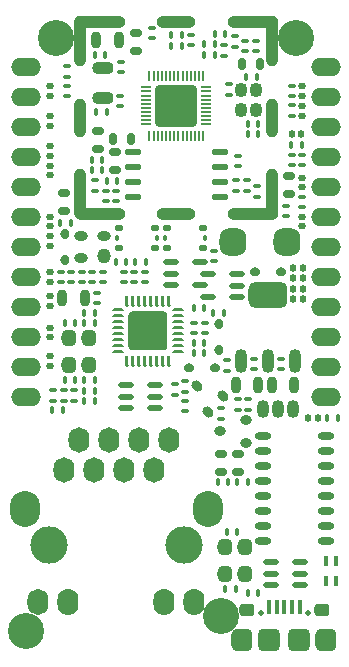
<source format=gts>
G04 #@! TF.GenerationSoftware,KiCad,Pcbnew,6.0.5-a6ca702e91~116~ubuntu20.04.1*
G04 #@! TF.CreationDate,2024-03-03T00:05:47+03:00*
G04 #@! TF.ProjectId,iot-esp-eth-com,696f742d-6573-4702-9d65-74682d636f6d,rev?*
G04 #@! TF.SameCoordinates,PX3072580PYa990340*
G04 #@! TF.FileFunction,Soldermask,Top*
G04 #@! TF.FilePolarity,Negative*
%FSLAX46Y46*%
G04 Gerber Fmt 4.6, Leading zero omitted, Abs format (unit mm)*
G04 Created by KiCad (PCBNEW 6.0.5-a6ca702e91~116~ubuntu20.04.1) date 2024-03-03 00:05:47*
%MOMM*%
%LPD*%
G01*
G04 APERTURE LIST*
G04 Aperture macros list*
%AMRoundRect*
0 Rectangle with rounded corners*
0 $1 Rounding radius*
0 $2 $3 $4 $5 $6 $7 $8 $9 X,Y pos of 4 corners*
0 Add a 4 corners polygon primitive as box body*
4,1,4,$2,$3,$4,$5,$6,$7,$8,$9,$2,$3,0*
0 Add four circle primitives for the rounded corners*
1,1,$1+$1,$2,$3*
1,1,$1+$1,$4,$5*
1,1,$1+$1,$6,$7*
1,1,$1+$1,$8,$9*
0 Add four rect primitives between the rounded corners*
20,1,$1+$1,$2,$3,$4,$5,0*
20,1,$1+$1,$4,$5,$6,$7,0*
20,1,$1+$1,$6,$7,$8,$9,0*
20,1,$1+$1,$8,$9,$2,$3,0*%
%AMHorizOval*
0 Thick line with rounded ends*
0 $1 width*
0 $2 $3 position (X,Y) of the first rounded end (center of the circle)*
0 $4 $5 position (X,Y) of the second rounded end (center of the circle)*
0 Add line between two ends*
20,1,$1,$2,$3,$4,$5,0*
0 Add two circle primitives to create the rounded ends*
1,1,$1,$2,$3*
1,1,$1,$4,$5*%
G04 Aperture macros list end*
%ADD10RoundRect,0.254000X-0.254000X0.063500X-0.254000X-0.063500X0.254000X-0.063500X0.254000X0.063500X0*%
%ADD11RoundRect,0.254000X0.254000X-0.063500X0.254000X0.063500X-0.254000X0.063500X-0.254000X-0.063500X0*%
%ADD12RoundRect,0.152400X0.038100X0.165100X-0.038100X0.165100X-0.038100X-0.165100X0.038100X-0.165100X0*%
%ADD13O,1.399540X0.599440*%
%ADD14RoundRect,0.152400X-0.165100X0.038100X-0.165100X-0.038100X0.165100X-0.038100X0.165100X0.038100X0*%
%ADD15O,1.016000X2.032000*%
%ADD16RoundRect,0.539750X-1.111250X0.539750X-1.111250X-0.539750X1.111250X-0.539750X1.111250X0.539750X0*%
%ADD17RoundRect,0.152400X0.165100X-0.038100X0.165100X0.038100X-0.165100X0.038100X-0.165100X-0.038100X0*%
%ADD18RoundRect,0.508000X-0.127000X0.190500X-0.127000X-0.190500X0.127000X-0.190500X0.127000X0.190500X0*%
%ADD19RoundRect,0.152400X-0.038100X-0.165100X0.038100X-0.165100X0.038100X0.165100X-0.038100X0.165100X0*%
%ADD20RoundRect,0.508000X0.127000X-0.190500X0.127000X0.190500X-0.127000X0.190500X-0.127000X-0.190500X0*%
%ADD21C,0.508000*%
%ADD22O,0.381000X1.270000*%
%ADD23RoundRect,0.444500X-0.444500X0.508000X-0.444500X-0.508000X0.444500X-0.508000X0.444500X0.508000X0*%
%ADD24RoundRect,0.476250X-0.476250X0.476250X-0.476250X-0.476250X0.476250X-0.476250X0.476250X0.476250X0*%
%ADD25RoundRect,0.254000X-0.381000X0.254000X-0.381000X-0.254000X0.381000X-0.254000X0.381000X0.254000X0*%
%ADD26RoundRect,0.406400X-0.482600X0.101600X-0.482600X-0.101600X0.482600X-0.101600X0.482600X0.101600X0*%
%ADD27RoundRect,0.254000X0.063500X0.254000X-0.063500X0.254000X-0.063500X-0.254000X0.063500X-0.254000X0*%
%ADD28O,0.254000X1.016000*%
%ADD29O,1.016000X0.254000*%
%ADD30RoundRect,0.330200X-1.320800X-1.320800X1.320800X-1.320800X1.320800X1.320800X-1.320800X1.320800X0*%
%ADD31RoundRect,0.335280X0.083820X0.363220X-0.083820X0.363220X-0.083820X-0.363220X0.083820X-0.363220X0*%
%ADD32C,3.048000*%
%ADD33RoundRect,0.254000X-0.063500X-0.254000X0.063500X-0.254000X0.063500X0.254000X-0.063500X0.254000X0*%
%ADD34RoundRect,0.203200X-0.050800X-0.114300X0.050800X-0.114300X0.050800X0.114300X-0.050800X0.114300X0*%
%ADD35O,0.762000X0.914400*%
%ADD36RoundRect,0.203200X0.114300X-0.050800X0.114300X0.050800X-0.114300X0.050800X-0.114300X-0.050800X0*%
%ADD37RoundRect,0.335280X-0.083820X-0.363220X0.083820X-0.363220X0.083820X0.363220X-0.083820X0.363220X0*%
%ADD38O,1.320800X0.508000*%
%ADD39O,1.016000X1.524000*%
%ADD40O,0.406400X0.914400*%
%ADD41O,0.914400X0.762000*%
%ADD42O,1.016000X0.812800*%
%ADD43RoundRect,0.203200X-0.114300X0.050800X-0.114300X-0.050800X0.114300X-0.050800X0.114300X0.050800X0*%
%ADD44O,0.762000X0.558800*%
%ADD45O,0.355600X0.635000*%
%ADD46O,2.540000X1.524000*%
%ADD47RoundRect,0.914400X-0.228600X-0.292100X0.228600X-0.292100X0.228600X0.292100X-0.228600X0.292100X0*%
%ADD48RoundRect,0.203200X0.050800X0.114300X-0.050800X0.114300X-0.050800X-0.114300X0.050800X-0.114300X0*%
%ADD49O,1.371600X0.558800*%
%ADD50O,1.143000X1.270000*%
%ADD51O,1.143000X0.838200*%
%ADD52HorizOval,0.812800X-0.071842X0.071842X0.071842X-0.071842X0*%
%ADD53RoundRect,0.406400X-0.101600X0.165100X-0.101600X-0.165100X0.101600X-0.165100X0.101600X0.165100X0*%
%ADD54O,0.177800X0.889000*%
%ADD55O,0.889000X0.177800*%
%ADD56RoundRect,0.355600X1.422400X1.422400X-1.422400X1.422400X-1.422400X-1.422400X1.422400X-1.422400X0*%
%ADD57C,3.175000*%
%ADD58O,1.778000X2.159000*%
%ADD59O,1.778000X2.209800*%
%ADD60O,1.778000X2.286000*%
%ADD61O,2.540000X3.048000*%
%ADD62O,4.318000X1.016000*%
%ADD63O,1.016000X4.318000*%
%ADD64O,1.016000X3.302000*%
%ADD65O,3.302000X1.016000*%
G04 APERTURE END LIST*
D10*
G04 #@! TO.C,C22*
X11303000Y52654200D03*
X11303000Y51130200D03*
G04 #@! TD*
D11*
G04 #@! TO.C,L81*
X18542000Y15494000D03*
X18542000Y17018000D03*
G04 #@! TD*
G04 #@! TO.C,L2*
X9525000Y41021000D03*
X9525000Y42545000D03*
G04 #@! TD*
D12*
G04 #@! TO.C,C87*
X20764500Y14605000D03*
X19875500Y14605000D03*
G04 #@! TD*
D13*
G04 #@! TO.C,U81*
X22098000Y18542000D03*
X22098000Y17272000D03*
X22098000Y16002000D03*
X22098000Y14732000D03*
X22098000Y13462000D03*
X22098000Y12192000D03*
X22098000Y10922000D03*
X22098000Y9652000D03*
X27432000Y9652000D03*
X27432000Y10922000D03*
X27432000Y12192000D03*
X27432000Y13462000D03*
X27432000Y14732000D03*
X27432000Y16002000D03*
X27432000Y17272000D03*
X27432000Y18542000D03*
G04 #@! TD*
D14*
G04 #@! TO.C,C7*
X21463000Y52006500D03*
X21463000Y51117500D03*
G04 #@! TD*
G04 #@! TO.C,R72*
X8509000Y32448500D03*
X8509000Y31559500D03*
G04 #@! TD*
G04 #@! TO.C,C24*
X8763000Y39306500D03*
X8763000Y38417500D03*
G04 #@! TD*
D15*
G04 #@! TO.C,U41*
X20193000Y24892000D03*
X22479000Y24892000D03*
X24765000Y24892000D03*
D16*
X22479000Y30480000D03*
G04 #@! TD*
D10*
G04 #@! TO.C,D42*
X24257000Y38989000D03*
X24257000Y40513000D03*
G04 #@! TD*
D11*
G04 #@! TO.C,C18*
X8128000Y42824400D03*
X8128000Y44348400D03*
G04 #@! TD*
D17*
G04 #@! TO.C,C62*
X5207000Y21526500D03*
X5207000Y22415500D03*
G04 #@! TD*
D18*
G04 #@! TO.C,X81*
X18859500Y9144000D03*
X18859500Y6858000D03*
X20510500Y6858000D03*
X20510500Y9144000D03*
G04 #@! TD*
D19*
G04 #@! TO.C,C12*
X20637500Y48895000D03*
X21526500Y48895000D03*
G04 #@! TD*
D14*
G04 #@! TO.C,C25*
X9652000Y39306500D03*
X9652000Y38417500D03*
G04 #@! TD*
G04 #@! TO.C,C10*
X19939000Y42278300D03*
X19939000Y41389300D03*
G04 #@! TD*
D20*
G04 #@! TO.C,X61*
X7302500Y24511000D03*
X7302500Y26797000D03*
X5651500Y26797000D03*
X5651500Y24511000D03*
G04 #@! TD*
D14*
G04 #@! TO.C,C3*
X18796000Y51625500D03*
X18796000Y50736500D03*
G04 #@! TD*
G04 #@! TO.C,C65*
X14605000Y22923500D03*
X14605000Y22034500D03*
G04 #@! TD*
D21*
G04 #@! TO.C,J81*
X21869400Y3556000D03*
X25882600Y3556000D03*
D22*
X22575520Y4064000D03*
X23228300Y4064000D03*
X23876000Y4064000D03*
X24523700Y4064000D03*
X25176480Y4064000D03*
D23*
X20320000Y1270000D03*
D24*
X25146000Y1270000D03*
D25*
X27051000Y3759200D03*
D23*
X27432000Y1270000D03*
D25*
X20701000Y3759200D03*
D24*
X22606000Y1270000D03*
G04 #@! TD*
D14*
G04 #@! TO.C,R51*
X24511000Y42354500D03*
X24511000Y41465500D03*
G04 #@! TD*
D19*
G04 #@! TO.C,R69*
X16192500Y26416000D03*
X17081500Y26416000D03*
G04 #@! TD*
D26*
G04 #@! TO.C,X2*
X8509000Y49657000D03*
X8509000Y47117000D03*
G04 #@! TD*
D19*
G04 #@! TO.C,R31*
X9588500Y33274000D03*
X10477500Y33274000D03*
G04 #@! TD*
D17*
G04 #@! TO.C,C73*
X7620000Y31559500D03*
X7620000Y32448500D03*
G04 #@! TD*
D27*
G04 #@! TO.C,C11*
X10922000Y43688000D03*
X9398000Y43688000D03*
G04 #@! TD*
D28*
G04 #@! TO.C,U61*
X10566400Y24892000D03*
X11074400Y24892000D03*
X11569700Y24892000D03*
X12065000Y24892000D03*
X12573000Y24892000D03*
X13068300Y24892000D03*
X13563600Y24892000D03*
X14071600Y24892000D03*
D29*
X14859000Y25679400D03*
X14859000Y26187400D03*
X14859000Y26682700D03*
X14859000Y27178000D03*
X14859000Y27686000D03*
X14859000Y28181300D03*
X14859000Y28676600D03*
X14859000Y29184600D03*
D28*
X14071600Y29972000D03*
X13563600Y29972000D03*
X13068300Y29972000D03*
X12573000Y29972000D03*
X12065000Y29972000D03*
X11569700Y29972000D03*
X11074400Y29972000D03*
X10566400Y29972000D03*
D29*
X9779000Y29184600D03*
X9779000Y28676600D03*
X9779000Y28181300D03*
X9779000Y27686000D03*
X9779000Y27178000D03*
X9779000Y26682700D03*
X9779000Y26187400D03*
X9779000Y25679400D03*
D30*
X12319000Y27432000D03*
G04 #@! TD*
D19*
G04 #@! TO.C,C23*
X14287500Y52451000D03*
X15176500Y52451000D03*
G04 #@! TD*
G04 #@! TO.C,C15*
X7937500Y45974000D03*
X8826500Y45974000D03*
G04 #@! TD*
D14*
G04 #@! TO.C,C66*
X16256000Y28130500D03*
X16256000Y27241500D03*
G04 #@! TD*
G04 #@! TO.C,C5*
X9931400Y47358300D03*
X9931400Y46469300D03*
G04 #@! TD*
D31*
G04 #@! TO.C,C21*
X9842500Y52070000D03*
X7937500Y52070000D03*
G04 #@! TD*
D32*
G04 #@! TO.C,FD4*
X18542000Y3302000D03*
G04 #@! TD*
D33*
G04 #@! TO.C,C8*
X20320000Y50038000D03*
X21844000Y50038000D03*
G04 #@! TD*
D34*
G04 #@! TO.C,D107*
X24612600Y31877000D03*
X25425400Y31877000D03*
G04 #@! TD*
D14*
G04 #@! TO.C,R56*
X24511000Y48196500D03*
X24511000Y47307500D03*
G04 #@! TD*
D35*
G04 #@! TO.C,D82*
X18338800Y28041600D03*
X18338800Y25806400D03*
G04 #@! TD*
D12*
G04 #@! TO.C,R64*
X7810500Y22352000D03*
X6921500Y22352000D03*
G04 #@! TD*
D36*
G04 #@! TO.C,D95*
X4064000Y36296600D03*
X4064000Y37109400D03*
G04 #@! TD*
D12*
G04 #@! TO.C,C81*
X21653500Y5207000D03*
X20764500Y5207000D03*
G04 #@! TD*
G04 #@! TO.C,C69*
X6159500Y23241000D03*
X5270500Y23241000D03*
G04 #@! TD*
D37*
G04 #@! TO.C,C89*
X19748500Y22860000D03*
X21653500Y22860000D03*
G04 #@! TD*
D19*
G04 #@! TO.C,C70*
X5270500Y28067000D03*
X6159500Y28067000D03*
G04 #@! TD*
D14*
G04 #@! TO.C,R7*
X19812000Y40195500D03*
X19812000Y39306500D03*
G04 #@! TD*
D12*
G04 #@! TO.C,C68*
X7810500Y28067000D03*
X6921500Y28067000D03*
G04 #@! TD*
D38*
G04 #@! TO.C,D81*
X25196800Y5892800D03*
X25196800Y6858000D03*
X25196800Y7823200D03*
X22758400Y7823200D03*
X22758400Y6858000D03*
X22758400Y5892800D03*
G04 #@! TD*
D17*
G04 #@! TO.C,C2*
X16002000Y51625500D03*
X16002000Y52514500D03*
G04 #@! TD*
D12*
G04 #@! TO.C,R6*
X17081500Y29387800D03*
X16192500Y29387800D03*
G04 #@! TD*
G04 #@! TO.C,C1*
X17970500Y51689000D03*
X17081500Y51689000D03*
G04 #@! TD*
D39*
G04 #@! TO.C,J41*
X22098000Y20828000D03*
X23368000Y20828000D03*
X24638000Y20828000D03*
G04 #@! TD*
D40*
G04 #@! TO.C,T81*
X27406600Y6248400D03*
X27406600Y7975600D03*
X28219400Y7975600D03*
X28219400Y6248400D03*
G04 #@! TD*
D41*
G04 #@! TO.C,D41*
X21361400Y32385000D03*
X23596600Y32385000D03*
G04 #@! TD*
D42*
G04 #@! TO.C,Q81*
X20657820Y17970500D03*
X20657820Y19875500D03*
X18458180Y18923000D03*
G04 #@! TD*
D17*
G04 #@! TO.C,R4*
X19177000Y47434500D03*
X19177000Y48323500D03*
G04 #@! TD*
D12*
G04 #@! TO.C,C17*
X8445500Y41910000D03*
X7556500Y41910000D03*
G04 #@! TD*
D19*
G04 #@! TO.C,C9*
X20764500Y44069000D03*
X21653500Y44069000D03*
G04 #@! TD*
D14*
G04 #@! TO.C,R2*
X21590000Y39687500D03*
X21590000Y38798500D03*
G04 #@! TD*
D43*
G04 #@! TO.C,D96*
X4064000Y35458400D03*
X4064000Y34645600D03*
G04 #@! TD*
D17*
G04 #@! TO.C,C63*
X6096000Y21526500D03*
X6096000Y22415500D03*
G04 #@! TD*
D14*
G04 #@! TO.C,C43*
X21336000Y25082500D03*
X21336000Y24193500D03*
G04 #@! TD*
D12*
G04 #@! TO.C,C19*
X8445500Y41021000D03*
X7556500Y41021000D03*
G04 #@! TD*
D17*
G04 #@! TO.C,C4*
X5461000Y48958500D03*
X5461000Y49847500D03*
G04 #@! TD*
D43*
G04 #@! TO.C,D94*
X4064000Y41427400D03*
X4064000Y40614600D03*
G04 #@! TD*
D19*
G04 #@! TO.C,C90*
X17843500Y28956000D03*
X18732500Y28956000D03*
G04 #@! TD*
D12*
G04 #@! TO.C,C14*
X8699500Y50800000D03*
X7810500Y50800000D03*
G04 #@! TD*
D32*
G04 #@! TO.C,FD1*
X4572000Y52197000D03*
G04 #@! TD*
D14*
G04 #@! TO.C,C6*
X19685000Y52387500D03*
X19685000Y51498500D03*
G04 #@! TD*
D41*
G04 #@! TO.C,D83*
X18008600Y24257000D03*
X15773400Y24257000D03*
G04 #@! TD*
D35*
G04 #@! TO.C,D31*
X5334000Y35661600D03*
X5334000Y33426400D03*
G04 #@! TD*
D43*
G04 #@! TO.C,D101*
X25400000Y48158400D03*
X25400000Y47345600D03*
G04 #@! TD*
D44*
G04 #@! TO.C,S31*
X12954000Y34467800D03*
X9906000Y34467800D03*
X12954000Y36144200D03*
X9906000Y36144200D03*
D45*
X13131800Y35306000D03*
X9728200Y35306000D03*
G04 #@! TD*
D10*
G04 #@! TO.C,C83*
X19939000Y17018000D03*
X19939000Y15494000D03*
G04 #@! TD*
D12*
G04 #@! TO.C,D1*
X18859500Y52578000D03*
X17970500Y52578000D03*
G04 #@! TD*
D36*
G04 #@! TO.C,D99*
X4064000Y26898600D03*
X4064000Y27711400D03*
G04 #@! TD*
D14*
G04 #@! TO.C,L4*
X7874000Y40195500D03*
X7874000Y39306500D03*
G04 #@! TD*
D19*
G04 #@! TO.C,R32*
X4889500Y36576000D03*
X5778500Y36576000D03*
G04 #@! TD*
G04 #@! TO.C,C13*
X20764500Y44958000D03*
X21653500Y44958000D03*
G04 #@! TD*
D14*
G04 #@! TO.C,R84*
X19050000Y24955500D03*
X19050000Y24066500D03*
G04 #@! TD*
D17*
G04 #@! TO.C,C86*
X20828000Y20764500D03*
X20828000Y21653500D03*
G04 #@! TD*
D38*
G04 #@! TO.C,U62*
X14274800Y33223200D03*
X14274800Y32258000D03*
X14274800Y31292800D03*
X16713200Y31292800D03*
X16713200Y33223200D03*
G04 #@! TD*
D34*
G04 #@! TO.C,D109*
X24612600Y30099000D03*
X25425400Y30099000D03*
G04 #@! TD*
D17*
G04 #@! TO.C,R41*
X24003000Y37147500D03*
X24003000Y38036500D03*
G04 #@! TD*
D11*
G04 #@! TO.C,C32*
X5207000Y37592000D03*
X5207000Y39116000D03*
G04 #@! TD*
D34*
G04 #@! TO.C,D108*
X24612600Y30988000D03*
X25425400Y30988000D03*
G04 #@! TD*
D43*
G04 #@! TO.C,D102*
X25400000Y46475650D03*
X25400000Y45662850D03*
G04 #@! TD*
D12*
G04 #@! TO.C,C67*
X7810500Y28956000D03*
X6921500Y28956000D03*
G04 #@! TD*
G04 #@! TO.C,C64*
X7810500Y21463000D03*
X6921500Y21463000D03*
G04 #@! TD*
D14*
G04 #@! TO.C,R67*
X11176000Y32448500D03*
X11176000Y31559500D03*
G04 #@! TD*
D38*
G04 #@! TO.C,U82*
X19888200Y30276800D03*
X19888200Y31242000D03*
X19888200Y32207200D03*
X17449800Y32207200D03*
X17449800Y30276800D03*
G04 #@! TD*
D14*
G04 #@! TO.C,R81*
X18542000Y20891500D03*
X18542000Y20002500D03*
G04 #@! TD*
D32*
G04 #@! TO.C,FD3*
X2032000Y2032000D03*
G04 #@! TD*
D19*
G04 #@! TO.C,C31*
X11239500Y33274000D03*
X12128500Y33274000D03*
G04 #@! TD*
D46*
G04 #@! TO.C,J52*
X27432000Y49784000D03*
X27432000Y47244000D03*
X27432000Y44704000D03*
X27432000Y42164000D03*
X27432000Y39624000D03*
X27432000Y37084000D03*
X27432000Y34544000D03*
X27432000Y32004000D03*
X27432000Y29464000D03*
X27432000Y26924000D03*
X27432000Y24384000D03*
X27432000Y21844000D03*
G04 #@! TD*
D47*
G04 #@! TO.C,C42*
X19558000Y34925000D03*
X24130000Y34925000D03*
G04 #@! TD*
D12*
G04 #@! TO.C,R70*
X7810500Y23241000D03*
X6921500Y23241000D03*
G04 #@! TD*
D43*
G04 #@! TO.C,D100*
X4064000Y25298400D03*
X4064000Y24485600D03*
G04 #@! TD*
D48*
G04 #@! TO.C,D110*
X26695400Y20066000D03*
X25882600Y20066000D03*
G04 #@! TD*
D49*
G04 #@! TO.C,U2*
X18415000Y38735000D03*
X18415000Y40005000D03*
X18415000Y41275000D03*
X18415000Y42545000D03*
X11049000Y42545000D03*
X11049000Y41275000D03*
X11049000Y40005000D03*
X11049000Y38735000D03*
G04 #@! TD*
D17*
G04 #@! TO.C,R1*
X20574000Y51117500D03*
X20574000Y52006500D03*
G04 #@! TD*
D14*
G04 #@! TO.C,R71*
X15494000Y23177500D03*
X15494000Y22288500D03*
G04 #@! TD*
D17*
G04 #@! TO.C,C74*
X6731000Y31559500D03*
X6731000Y32448500D03*
G04 #@! TD*
G04 #@! TO.C,R82*
X15494000Y20637500D03*
X15494000Y21526500D03*
G04 #@! TD*
D14*
G04 #@! TO.C,R63*
X4318000Y22415500D03*
X4318000Y21526500D03*
G04 #@! TD*
D17*
G04 #@! TO.C,L82*
X19939000Y20764500D03*
X19939000Y21653500D03*
G04 #@! TD*
D19*
G04 #@! TO.C,R68*
X16192500Y25527000D03*
X17081500Y25527000D03*
G04 #@! TD*
D14*
G04 #@! TO.C,R52*
X25400000Y38798500D03*
X25400000Y37909500D03*
G04 #@! TD*
D37*
G04 #@! TO.C,C72*
X5092700Y30226000D03*
X6997700Y30226000D03*
G04 #@! TD*
D19*
G04 #@! TO.C,R54*
X24447500Y43180000D03*
X25336500Y43180000D03*
G04 #@! TD*
D50*
G04 #@! TO.C,U31*
X8572500Y33769300D03*
D51*
X8572500Y35496500D03*
X6667500Y35496500D03*
X6667500Y33591500D03*
G04 #@! TD*
D17*
G04 #@! TO.C,R3*
X5461000Y47307500D03*
X5461000Y48196500D03*
G04 #@! TD*
D14*
G04 #@! TO.C,R85*
X23622000Y25082500D03*
X23622000Y24193500D03*
G04 #@! TD*
D36*
G04 #@! TO.C,D104*
X25400000Y39598600D03*
X25400000Y40411400D03*
G04 #@! TD*
D43*
G04 #@! TO.C,D91*
X4064000Y48158400D03*
X4064000Y47345600D03*
G04 #@! TD*
D36*
G04 #@! TO.C,D105*
X25400000Y36296600D03*
X25400000Y37109400D03*
G04 #@! TD*
D46*
G04 #@! TO.C,J51*
X2032000Y49784000D03*
X2032000Y47244000D03*
X2032000Y44704000D03*
X2032000Y42164000D03*
X2032000Y39624000D03*
X2032000Y37084000D03*
X2032000Y34544000D03*
X2032000Y32004000D03*
X2032000Y29464000D03*
X2032000Y26924000D03*
X2032000Y24384000D03*
X2032000Y21844000D03*
G04 #@! TD*
D34*
G04 #@! TO.C,D103*
X24485600Y44069000D03*
X25298400Y44069000D03*
G04 #@! TD*
D52*
G04 #@! TO.C,Q82*
X17376170Y20576498D03*
X18723208Y21923536D03*
X16494309Y22805397D03*
G04 #@! TD*
D14*
G04 #@! TO.C,R8*
X20701000Y40195500D03*
X20701000Y39306500D03*
G04 #@! TD*
D12*
G04 #@! TO.C,R62*
X5118100Y20701000D03*
X4229100Y20701000D03*
G04 #@! TD*
D53*
G04 #@! TO.C,X1*
X20193000Y47802800D03*
X20193000Y46151800D03*
X21463000Y46151800D03*
X21463000Y47802800D03*
G04 #@! TD*
D12*
G04 #@! TO.C,L1*
X17970500Y50800000D03*
X17081500Y50800000D03*
G04 #@! TD*
D17*
G04 #@! TO.C,R83*
X17145000Y27241500D03*
X17145000Y28130500D03*
G04 #@! TD*
D43*
G04 #@! TO.C,D98*
X4064000Y30378400D03*
X4064000Y29565600D03*
G04 #@! TD*
G04 #@! TO.C,D93*
X4064000Y43078400D03*
X4064000Y42265600D03*
G04 #@! TD*
D12*
G04 #@! TO.C,C85*
X19748500Y5588000D03*
X18859500Y5588000D03*
G04 #@! TD*
D19*
G04 #@! TO.C,C16*
X8826500Y40132000D03*
X9715500Y40132000D03*
G04 #@! TD*
D32*
G04 #@! TO.C,FD2*
X24892000Y52197000D03*
G04 #@! TD*
D19*
G04 #@! TO.C,C88*
X27495500Y20066000D03*
X28384500Y20066000D03*
G04 #@! TD*
G04 #@! TO.C,L3*
X14287500Y51587400D03*
X15176500Y51587400D03*
G04 #@! TD*
D54*
G04 #@! TO.C,U1*
X17007000Y49022000D03*
X16657000Y49022000D03*
X16307000Y49022000D03*
X15957000Y49022000D03*
X15607000Y49022000D03*
X15257000Y49022000D03*
X14907000Y49022000D03*
X14557000Y49022000D03*
X14207000Y49022000D03*
X13857000Y49022000D03*
X13507000Y49022000D03*
X13157000Y49022000D03*
X12807000Y49022000D03*
X12457000Y49022000D03*
D55*
X12192000Y48057000D03*
X12192000Y47707000D03*
X12192000Y47357000D03*
X12192000Y47007000D03*
X12192000Y46657000D03*
X12192000Y46307000D03*
X12192000Y45957000D03*
X12192000Y45607000D03*
X12192000Y45257000D03*
X12192000Y44907000D03*
D54*
X12457000Y43942000D03*
X12807000Y43942000D03*
X13157000Y43942000D03*
X13507000Y43942000D03*
X13857000Y43942000D03*
X14207000Y43942000D03*
X14557000Y43942000D03*
X14907000Y43942000D03*
X15257000Y43942000D03*
X15607000Y43942000D03*
X15957000Y43942000D03*
X16307000Y43942000D03*
X16657000Y43942000D03*
X17007000Y43942000D03*
D55*
X17272000Y44907000D03*
X17272000Y45257000D03*
X17272000Y45607000D03*
X17272000Y45957000D03*
X17272000Y46307000D03*
X17272000Y46657000D03*
X17272000Y47007000D03*
X17272000Y47357000D03*
X17272000Y47707000D03*
X17272000Y48057000D03*
D56*
X14732000Y46482000D03*
G04 #@! TD*
D17*
G04 #@! TO.C,R65*
X12065000Y31559500D03*
X12065000Y32448500D03*
G04 #@! TD*
D14*
G04 #@! TO.C,L61*
X5842000Y32448500D03*
X5842000Y31559500D03*
G04 #@! TD*
D19*
G04 #@! TO.C,C82*
X18224500Y14605000D03*
X19113500Y14605000D03*
G04 #@! TD*
D17*
G04 #@! TO.C,C75*
X17907000Y33337500D03*
X17907000Y34226500D03*
G04 #@! TD*
D36*
G04 #@! TO.C,D97*
X4064000Y31597600D03*
X4064000Y32410400D03*
G04 #@! TD*
D14*
G04 #@! TO.C,C71*
X4953000Y32448500D03*
X4953000Y31559500D03*
G04 #@! TD*
D44*
G04 #@! TO.C,S1*
X17018000Y34467800D03*
X13970000Y34467800D03*
X17018000Y36144200D03*
X13970000Y36144200D03*
D45*
X17195800Y35306000D03*
X13792200Y35306000D03*
G04 #@! TD*
D14*
G04 #@! TO.C,R73*
X8001000Y30670500D03*
X8001000Y29781500D03*
G04 #@! TD*
D57*
G04 #@! TO.C,J61*
X15367000Y9271000D03*
X3937000Y9271000D03*
D58*
X5207000Y15621000D03*
X6477000Y18161000D03*
X7747000Y15621000D03*
X9017000Y18161000D03*
X10287000Y15621000D03*
X11557000Y18161000D03*
X12827000Y15621000D03*
X14097000Y18161000D03*
D59*
X3048000Y4445000D03*
D60*
X5588000Y4445000D03*
X13716000Y4445000D03*
X16256000Y4445000D03*
D61*
X17424400Y12319000D03*
X1879600Y12319000D03*
G04 #@! TD*
D14*
G04 #@! TO.C,R66*
X10287000Y32448500D03*
X10287000Y31559500D03*
G04 #@! TD*
D34*
G04 #@! TO.C,D106*
X24612600Y32766000D03*
X25425400Y32766000D03*
G04 #@! TD*
D38*
G04 #@! TO.C,D61*
X12903200Y20878800D03*
X12903200Y21844000D03*
X12903200Y22809200D03*
X10464800Y22809200D03*
X10464800Y21844000D03*
X10464800Y20878800D03*
G04 #@! TD*
D43*
G04 #@! TO.C,D92*
X4064000Y45618400D03*
X4064000Y44805600D03*
G04 #@! TD*
D62*
G04 #@! TO.C,SH1*
X21209000Y37338000D03*
X8255000Y53594000D03*
D63*
X22860000Y38989000D03*
X22860000Y51943000D03*
D64*
X22860000Y45466000D03*
D62*
X21209000Y53594000D03*
D64*
X6604000Y45466000D03*
D62*
X8255000Y37338000D03*
D63*
X6604000Y38989000D03*
D65*
X14732000Y37338000D03*
X14732000Y53594000D03*
D63*
X6604000Y51943000D03*
G04 #@! TD*
D12*
G04 #@! TO.C,C84*
X19875500Y10414000D03*
X18986500Y10414000D03*
G04 #@! TD*
D14*
G04 #@! TO.C,R55*
X24511000Y46545500D03*
X24511000Y45656500D03*
G04 #@! TD*
G04 #@! TO.C,R53*
X25400000Y42354500D03*
X25400000Y41465500D03*
G04 #@! TD*
D31*
G04 #@! TO.C,C41*
X24701500Y22860000D03*
X22796500Y22860000D03*
G04 #@! TD*
D14*
G04 #@! TO.C,R5*
X10033000Y50228500D03*
X10033000Y49339500D03*
G04 #@! TD*
D17*
G04 #@! TO.C,C20*
X12642850Y52190650D03*
X12642850Y53079650D03*
G04 #@! TD*
M02*

</source>
